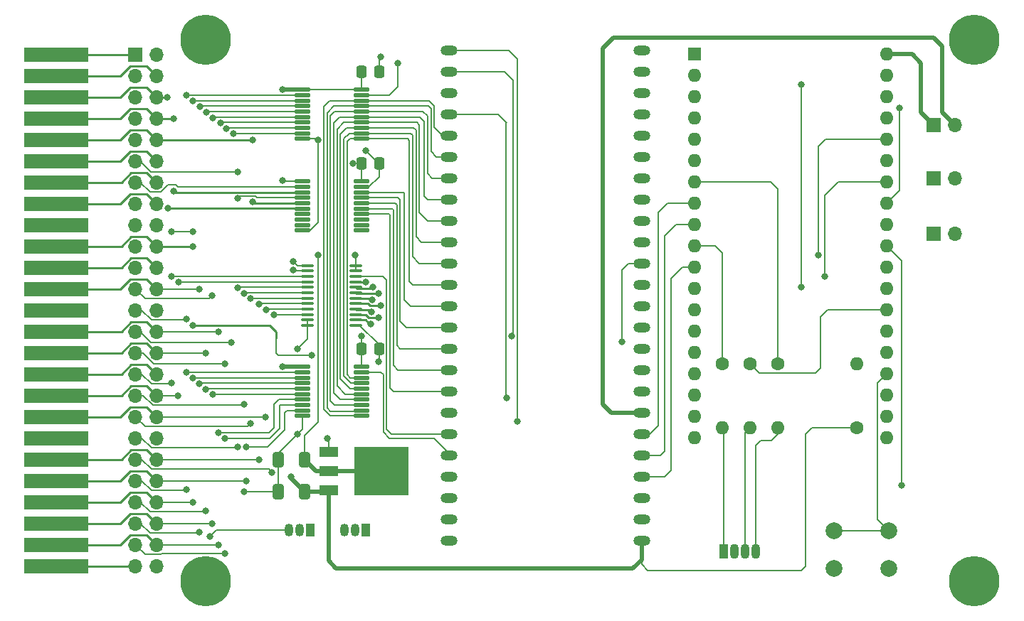
<source format=gbr>
%TF.GenerationSoftware,KiCad,Pcbnew,(6.0.5)*%
%TF.CreationDate,2022-06-04T10:33:37-07:00*%
%TF.ProjectId,TRS-IO-M1,5452532d-494f-42d4-9d31-2e6b69636164,rev?*%
%TF.SameCoordinates,Original*%
%TF.FileFunction,Copper,L1,Top*%
%TF.FilePolarity,Positive*%
%FSLAX46Y46*%
G04 Gerber Fmt 4.6, Leading zero omitted, Abs format (unit mm)*
G04 Created by KiCad (PCBNEW (6.0.5)) date 2022-06-04 10:33:37*
%MOMM*%
%LPD*%
G01*
G04 APERTURE LIST*
G04 Aperture macros list*
%AMRoundRect*
0 Rectangle with rounded corners*
0 $1 Rounding radius*
0 $2 $3 $4 $5 $6 $7 $8 $9 X,Y pos of 4 corners*
0 Add a 4 corners polygon primitive as box body*
4,1,4,$2,$3,$4,$5,$6,$7,$8,$9,$2,$3,0*
0 Add four circle primitives for the rounded corners*
1,1,$1+$1,$2,$3*
1,1,$1+$1,$4,$5*
1,1,$1+$1,$6,$7*
1,1,$1+$1,$8,$9*
0 Add four rect primitives between the rounded corners*
20,1,$1+$1,$2,$3,$4,$5,0*
20,1,$1+$1,$4,$5,$6,$7,0*
20,1,$1+$1,$6,$7,$8,$9,0*
20,1,$1+$1,$8,$9,$2,$3,0*%
G04 Aperture macros list end*
%TA.AperFunction,ComponentPad*%
%ADD10C,6.000000*%
%TD*%
%TA.AperFunction,ComponentPad*%
%ADD11C,0.800000*%
%TD*%
%TA.AperFunction,ComponentPad*%
%ADD12C,1.600000*%
%TD*%
%TA.AperFunction,ComponentPad*%
%ADD13O,1.600000X1.600000*%
%TD*%
%TA.AperFunction,SMDPad,CuDef*%
%ADD14RoundRect,0.250000X-0.337500X-0.475000X0.337500X-0.475000X0.337500X0.475000X-0.337500X0.475000X0*%
%TD*%
%TA.AperFunction,ComponentPad*%
%ADD15O,2.000000X1.200000*%
%TD*%
%TA.AperFunction,SMDPad,CuDef*%
%ADD16RoundRect,0.100000X-0.637500X-0.100000X0.637500X-0.100000X0.637500X0.100000X-0.637500X0.100000X0*%
%TD*%
%TA.AperFunction,ComponentPad*%
%ADD17R,1.050000X1.500000*%
%TD*%
%TA.AperFunction,ComponentPad*%
%ADD18O,1.050000X1.500000*%
%TD*%
%TA.AperFunction,ComponentPad*%
%ADD19R,1.700000X1.700000*%
%TD*%
%TA.AperFunction,ComponentPad*%
%ADD20O,1.700000X1.700000*%
%TD*%
%TA.AperFunction,SMDPad,CuDef*%
%ADD21R,2.200000X1.200000*%
%TD*%
%TA.AperFunction,SMDPad,CuDef*%
%ADD22R,6.400000X5.800000*%
%TD*%
%TA.AperFunction,ComponentPad*%
%ADD23R,1.600000X1.600000*%
%TD*%
%TA.AperFunction,ConnectorPad*%
%ADD24R,7.620000X1.778000*%
%TD*%
%TA.AperFunction,SMDPad,CuDef*%
%ADD25RoundRect,0.250000X0.412500X0.650000X-0.412500X0.650000X-0.412500X-0.650000X0.412500X-0.650000X0*%
%TD*%
%TA.AperFunction,SMDPad,CuDef*%
%ADD26RoundRect,0.125000X-0.825000X-0.125000X0.825000X-0.125000X0.825000X0.125000X-0.825000X0.125000X0*%
%TD*%
%TA.AperFunction,ComponentPad*%
%ADD27R,1.070000X1.800000*%
%TD*%
%TA.AperFunction,ComponentPad*%
%ADD28O,1.070000X1.800000*%
%TD*%
%TA.AperFunction,ComponentPad*%
%ADD29C,2.000000*%
%TD*%
%TA.AperFunction,ViaPad*%
%ADD30C,0.800000*%
%TD*%
%TA.AperFunction,Conductor*%
%ADD31C,0.500380*%
%TD*%
%TA.AperFunction,Conductor*%
%ADD32C,0.200000*%
%TD*%
%TA.AperFunction,Conductor*%
%ADD33C,0.250000*%
%TD*%
G04 APERTURE END LIST*
D10*
%TO.P,H1,1*%
%TO.N,N/C*%
X124714000Y-60960000D03*
D11*
X126304990Y-62550990D03*
X123123010Y-59369010D03*
X126964000Y-60960000D03*
X124714000Y-58710000D03*
X122464000Y-60960000D03*
X124714000Y-63210000D03*
X126304990Y-59369010D03*
X123123010Y-62550990D03*
%TD*%
%TO.P,H2,1*%
%TO.N,N/C*%
X217744990Y-62550990D03*
X218404000Y-60960000D03*
D10*
X216154000Y-60960000D03*
D11*
X213904000Y-60960000D03*
X214563010Y-62550990D03*
X214563010Y-59369010D03*
X217744990Y-59369010D03*
X216154000Y-63210000D03*
X216154000Y-58710000D03*
%TD*%
%TO.P,H3,1*%
%TO.N,N/C*%
X126964000Y-125476000D03*
X124714000Y-127726000D03*
X126304990Y-123885010D03*
X123123010Y-127066990D03*
D10*
X124714000Y-125476000D03*
D11*
X122464000Y-125476000D03*
X124714000Y-123226000D03*
X126304990Y-127066990D03*
X123123010Y-123885010D03*
%TD*%
%TO.P,H4,1*%
%TO.N,N/C*%
X217744990Y-123885010D03*
X213904000Y-125476000D03*
X217744990Y-127066990D03*
X216154000Y-127726000D03*
X214563010Y-123885010D03*
X218404000Y-125476000D03*
X216154000Y-123226000D03*
X214563010Y-127066990D03*
D10*
X216154000Y-125476000D03*
%TD*%
D12*
%TO.P,R1,1*%
%TO.N,LED_RED*%
X186182000Y-99568000D03*
D13*
%TO.P,R1,2*%
%TO.N,Net-(D1-Pad1)*%
X186182000Y-107188000D03*
%TD*%
D12*
%TO.P,R2,1*%
%TO.N,LED_GREEN*%
X192786000Y-99568000D03*
D13*
%TO.P,R2,2*%
%TO.N,Net-(D1-Pad4)*%
X192786000Y-107188000D03*
%TD*%
D14*
%TO.P,C2,1*%
%TO.N,+3V3*%
X143234500Y-75692000D03*
%TO.P,C2,2*%
%TO.N,GND*%
X145309500Y-75692000D03*
%TD*%
D15*
%TO.P,U5,1,Pad_38*%
%TO.N,CS_SD_CARD*%
X153650000Y-62230000D03*
%TO.P,U5,2,Pad_37*%
%TO.N,MOSI*%
X153650000Y-64770000D03*
%TO.P,U5,3,Pad_36*%
%TO.N,SCK*%
X153650000Y-67310000D03*
%TO.P,U5,4,Pad_39*%
%TO.N,MISO*%
X153650000Y-69850000D03*
%TO.P,U5,5,Pad_25*%
%TO.N,AA2_10*%
X153650000Y-72390000D03*
%TO.P,U5,6,Pad_26*%
%TO.N,AA6_12*%
X153650000Y-74930000D03*
%TO.P,U5,7,Pad_27*%
%TO.N,AA7_13*%
X153650000Y-77470000D03*
%TO.P,U5,8,Pad_28*%
%TO.N,AA5_15*%
X153650000Y-80010000D03*
%TO.P,U5,9,Pad_29*%
%TO.N,AA3_11*%
X153650000Y-82550000D03*
%TO.P,U5,10,Pad_30*%
%TO.N,AA4_14*%
X153650000Y-85090000D03*
%TO.P,U5,11,Pad_33*%
%TO.N,AA1_8*%
X153650000Y-87630000D03*
%TO.P,U5,12,Pad_34*%
%TO.N,AA0_9*%
X153650000Y-90170000D03*
%TO.P,U5,13,Pad_40*%
%TO.N,Z80_IOREQ_N*%
X153650000Y-92710000D03*
%TO.P,U5,14,Pad_35*%
%TO.N,Z80_MREQ_N*%
X153650000Y-95250000D03*
%TO.P,U5,15,Pad_41*%
%TO.N,Z80_WR_N*%
X153650000Y-97790000D03*
%TO.P,U5,16,Pad_42*%
%TO.N,Z80_RD_N*%
X153650000Y-100330000D03*
%TO.P,U5,17,Pad_51*%
%TO.N,Z80_M1_N*%
X153650000Y-102870000D03*
%TO.P,U5,18,Pad_53*%
%TO.N,READ_N*%
X153650000Y-105410000D03*
%TO.P,U5,19,Pad_54*%
%TO.N,DBUS_SEL_N*%
X153650000Y-107950000D03*
%TO.P,U5,20,Pad_55*%
%TO.N,A0_MUX*%
X153650000Y-110490000D03*
%TO.P,U5,21,Pad_56*%
%TO.N,INT*%
X153650000Y-113030000D03*
%TO.P,U5,22,Pad_57*%
%TO.N,WAIT*%
X153650000Y-115570000D03*
%TO.P,U5,23,Pad_68*%
%TO.N,unconnected-(U5-Pad23)*%
X153650000Y-118110000D03*
%TO.P,U5,24,Pad_69*%
%TO.N,unconnected-(U5-Pad24)*%
X153650000Y-120650000D03*
%TO.P,U5,25,3V3*%
%TO.N,+3V3*%
X176550000Y-120650000D03*
%TO.P,U5,26,GND*%
%TO.N,GND*%
X176550000Y-118110000D03*
%TO.P,U5,27,Pad_32*%
%TO.N,CS_FPGA*%
X176550000Y-115570000D03*
%TO.P,U5,28,Pad_31*%
%TO.N,ESP_S2*%
X176550000Y-113030000D03*
%TO.P,U5,29,Pad_49*%
%TO.N,ESP_S1*%
X176550000Y-110490000D03*
%TO.P,U5,30,Pad_48*%
%TO.N,ESP_S0*%
X176550000Y-107950000D03*
%TO.P,U5,31,5V*%
%TO.N,VU*%
X176550000Y-105410000D03*
%TO.P,U5,32,Pad_70*%
%TO.N,unconnected-(U5-Pad32)*%
X176550000Y-102870000D03*
%TO.P,U5,33,Pad_71*%
%TO.N,unconnected-(U5-Pad33)*%
X176550000Y-100330000D03*
%TO.P,U5,34,Pad_72*%
%TO.N,unconnected-(U5-Pad34)*%
X176550000Y-97790000D03*
%TO.P,U5,35,Pad_73*%
%TO.N,unconnected-(U5-Pad35)*%
X176550000Y-95250000D03*
%TO.P,U5,36,Pad_74*%
%TO.N,unconnected-(U5-Pad36)*%
X176550000Y-92710000D03*
%TO.P,U5,37,Pad_75*%
%TO.N,unconnected-(U5-Pad37)*%
X176550000Y-90170000D03*
%TO.P,U5,38,Pad_76*%
%TO.N,REQ*%
X176550000Y-87630000D03*
%TO.P,U5,39,Pad_77*%
%TO.N,DONE*%
X176550000Y-85090000D03*
%TO.P,U5,40,Pad_79*%
%TO.N,DD2*%
X176550000Y-82550000D03*
%TO.P,U5,41,Pad_80*%
%TO.N,DD0*%
X176550000Y-80010000D03*
%TO.P,U5,42,Pad_81*%
%TO.N,DD5*%
X176550000Y-77470000D03*
%TO.P,U5,43,Pad_82*%
%TO.N,DD3*%
X176550000Y-74930000D03*
%TO.P,U5,44,Pad_83*%
%TO.N,DD6*%
X176550000Y-72390000D03*
%TO.P,U5,45,Pad_84*%
%TO.N,DD1*%
X176550000Y-69850000D03*
%TO.P,U5,46,Pad_85*%
%TO.N,DD7*%
X176550000Y-67310000D03*
%TO.P,U5,47,Pad_86*%
%TO.N,DD4*%
X176550000Y-64770000D03*
%TO.P,U5,48,Pad_63*%
%TO.N,A1_MUX*%
X176550000Y-62230000D03*
%TD*%
D16*
%TO.P,U1,1,VCCA*%
%TO.N,+3V3*%
X136837500Y-87865000D03*
%TO.P,U1,2,DIR*%
%TO.N,READ_N*%
X136837500Y-88515000D03*
%TO.P,U1,3,A1*%
%TO.N,D4*%
X136837500Y-89165000D03*
%TO.P,U1,4,A2*%
%TO.N,D7*%
X136837500Y-89815000D03*
%TO.P,U1,5,A3*%
%TO.N,D1*%
X136837500Y-90465000D03*
%TO.P,U1,6,A4*%
%TO.N,D6*%
X136837500Y-91115000D03*
%TO.P,U1,7,A5*%
%TO.N,D3*%
X136837500Y-91765000D03*
%TO.P,U1,8,A6*%
%TO.N,D5*%
X136837500Y-92415000D03*
%TO.P,U1,9,A7*%
%TO.N,D0*%
X136837500Y-93065000D03*
%TO.P,U1,10,A8*%
%TO.N,D2*%
X136837500Y-93715000D03*
%TO.P,U1,11,GND*%
%TO.N,GND*%
X136837500Y-94365000D03*
%TO.P,U1,12,GND*%
X136837500Y-95015000D03*
%TO.P,U1,13,GND*%
X142562500Y-95015000D03*
%TO.P,U1,14,B8*%
%TO.N,DD2*%
X142562500Y-94365000D03*
%TO.P,U1,15,B7*%
%TO.N,DD0*%
X142562500Y-93715000D03*
%TO.P,U1,16,B6*%
%TO.N,DD5*%
X142562500Y-93065000D03*
%TO.P,U1,17,B5*%
%TO.N,DD3*%
X142562500Y-92415000D03*
%TO.P,U1,18,B4*%
%TO.N,DD6*%
X142562500Y-91765000D03*
%TO.P,U1,19,B3*%
%TO.N,DD1*%
X142562500Y-91115000D03*
%TO.P,U1,20,B2*%
%TO.N,DD7*%
X142562500Y-90465000D03*
%TO.P,U1,21,B1*%
%TO.N,DD4*%
X142562500Y-89815000D03*
%TO.P,U1,22,OEn*%
%TO.N,DBUS_SEL_N*%
X142562500Y-89165000D03*
%TO.P,U1,23,VCCB*%
%TO.N,+1V8*%
X142562500Y-88515000D03*
%TO.P,U1,24,VCCB*%
X142562500Y-87865000D03*
%TD*%
D14*
%TO.P,C1,1*%
%TO.N,+3V3*%
X143234500Y-64770000D03*
%TO.P,C1,2*%
%TO.N,GND*%
X145309500Y-64770000D03*
%TD*%
D17*
%TO.P,Q2,1,S*%
%TO.N,GND*%
X143764000Y-119380000D03*
D18*
%TO.P,Q2,2,G*%
%TO.N,INT*%
X142494000Y-119380000D03*
%TO.P,Q2,3,D*%
%TO.N,INT_N*%
X141224000Y-119380000D03*
%TD*%
D19*
%TO.P,J4,1,Pin_1*%
%TO.N,+5V*%
X211328000Y-71120000D03*
D20*
%TO.P,J4,2,Pin_2*%
%TO.N,VU*%
X213868000Y-71120000D03*
%TD*%
D21*
%TO.P,U8,1,GND*%
%TO.N,GND*%
X139310000Y-110115000D03*
D22*
%TO.P,U8,2,VO*%
%TO.N,+1V8*%
X145610000Y-112395000D03*
D21*
X139310000Y-112395000D03*
%TO.P,U8,3,VI*%
%TO.N,+3V3*%
X139310000Y-114675000D03*
%TD*%
D23*
%TO.P,U6,1,GPIO6*%
%TO.N,unconnected-(U6-Pad1)*%
X182880000Y-62645000D03*
D13*
%TO.P,U6,2,GPIO7*%
%TO.N,unconnected-(U6-Pad2)*%
X182880000Y-65185000D03*
%TO.P,U6,3,GPIO8*%
%TO.N,unconnected-(U6-Pad3)*%
X182880000Y-67725000D03*
%TO.P,U6,4,GPIO15*%
%TO.N,AA3_11*%
X182880000Y-70265000D03*
%TO.P,U6,5,GPIO2*%
%TO.N,unconnected-(U6-Pad5)*%
X182880000Y-72805000D03*
%TO.P,U6,6,GPIO0*%
%TO.N,unconnected-(U6-Pad6)*%
X182880000Y-75345000D03*
%TO.P,U6,7,GPIO4*%
%TO.N,LED_GREEN*%
X182880000Y-77885000D03*
%TO.P,U6,8,GPIO16*%
%TO.N,ESP_S0*%
X182880000Y-80425000D03*
%TO.P,U6,9,GPIO17*%
%TO.N,ESP_S1*%
X182880000Y-82965000D03*
%TO.P,U6,10,GPIO5*%
%TO.N,LED_RED*%
X182880000Y-85505000D03*
%TO.P,U6,11,GPIO18*%
%TO.N,ESP_S2*%
X182880000Y-88045000D03*
%TO.P,U6,12,GPIO19*%
%TO.N,EI*%
X182880000Y-90585000D03*
%TO.P,U6,13,GND*%
%TO.N,GND*%
X182880000Y-93125000D03*
%TO.P,U6,14,GPIO21*%
%TO.N,MOSI*%
X182880000Y-95665000D03*
%TO.P,U6,15,GPIO3*%
%TO.N,unconnected-(U6-Pad15)*%
X182880000Y-98205000D03*
%TO.P,U6,16,GPIO1*%
%TO.N,unconnected-(U6-Pad16)*%
X182880000Y-100745000D03*
%TO.P,U6,17,GPIO22*%
%TO.N,MISO*%
X182880000Y-103285000D03*
%TO.P,U6,18,GPIO23*%
%TO.N,CS_SD_CARD*%
X182880000Y-105825000D03*
%TO.P,U6,19,GND*%
%TO.N,GND*%
X182880000Y-108365000D03*
%TO.P,U6,20,3V3*%
%TO.N,unconnected-(U6-Pad20)*%
X205740000Y-108365000D03*
%TO.P,U6,21,RESET*%
%TO.N,unconnected-(U6-Pad21)*%
X205740000Y-105825000D03*
%TO.P,U6,22,GPIO36*%
%TO.N,unconnected-(U6-Pad22)*%
X205740000Y-103285000D03*
%TO.P,U6,23,GPIO39*%
%TO.N,BUTTON*%
X205740000Y-100745000D03*
%TO.P,U6,24,GPIO34*%
%TO.N,REQ*%
X205740000Y-98205000D03*
%TO.P,U6,25,GPIO35*%
%TO.N,unconnected-(U6-Pad25)*%
X205740000Y-95665000D03*
%TO.P,U6,26,GPIO32*%
%TO.N,LED_BLUE*%
X205740000Y-93125000D03*
%TO.P,U6,27,GPIO33*%
%TO.N,FULL_ADDR*%
X205740000Y-90585000D03*
%TO.P,U6,28,GPIO25*%
%TO.N,SCK*%
X205740000Y-88045000D03*
%TO.P,U6,29,GPIO26*%
%TO.N,CS_FPGA*%
X205740000Y-85505000D03*
%TO.P,U6,30,GPIO27*%
%TO.N,DONE*%
X205740000Y-82965000D03*
%TO.P,U6,31,GPIO14*%
%TO.N,AA2_10*%
X205740000Y-80425000D03*
%TO.P,U6,32,GPIO12*%
%TO.N,AA0_9*%
X205740000Y-77885000D03*
%TO.P,U6,33,GND*%
%TO.N,GND*%
X205740000Y-75345000D03*
%TO.P,U6,34,GPIO13*%
%TO.N,AA1_8*%
X205740000Y-72805000D03*
%TO.P,U6,35,GPIO9*%
%TO.N,unconnected-(U6-Pad35)*%
X205740000Y-70265000D03*
%TO.P,U6,36,GPIO10*%
%TO.N,unconnected-(U6-Pad36)*%
X205740000Y-67725000D03*
%TO.P,U6,37,GPIO11*%
%TO.N,unconnected-(U6-Pad37)*%
X205740000Y-65185000D03*
%TO.P,U6,38,5V*%
%TO.N,+5V*%
X205740000Y-62708500D03*
%TD*%
D12*
%TO.P,R4,1*%
%TO.N,+3V3*%
X202184000Y-107188000D03*
D13*
%TO.P,R4,2*%
%TO.N,BUTTON*%
X202184000Y-99568000D03*
%TD*%
D24*
%TO.P,J1,1,Pin_1*%
%TO.N,GND*%
X106934000Y-123698000D03*
%TO.P,J1,3,Pin_3*%
%TO.N,A7*%
X106934000Y-121158000D03*
%TO.P,J1,5,Pin_5*%
%TO.N,A5*%
X106934000Y-118618000D03*
%TO.P,J1,7,Pin_7*%
%TO.N,A1*%
X106934000Y-116078000D03*
%TO.P,J1,9,Pin_9*%
%TO.N,A2*%
X106934000Y-113538000D03*
%TO.P,J1,11,Pin_11*%
%TO.N,D5*%
X106934000Y-110998000D03*
%TO.P,J1,13,Pin_13*%
%TO.N,unconnected-(J1-Pad13)*%
X106934000Y-108458000D03*
%TO.P,J1,15,Pin_15*%
%TO.N,D0*%
X106934000Y-105918000D03*
%TO.P,J1,17,Pin_17*%
%TO.N,D7*%
X106934000Y-103378000D03*
%TO.P,J1,19,Pin_19*%
%TO.N,5V*%
X106934000Y-100838000D03*
%TO.P,J1,21,Pin_21*%
%TO.N,A15*%
X106934000Y-98298000D03*
%TO.P,J1,23,Pin_23*%
%TO.N,A14*%
X106934000Y-95758000D03*
%TO.P,J1,25,Pin_25*%
%TO.N,unconnected-(J1-Pad25)*%
X106934000Y-93218000D03*
%TO.P,J1,27,Pin_27*%
%TO.N,A13*%
X106934000Y-90678000D03*
%TO.P,J1,29,Pin_29*%
%TO.N,A12*%
X106934000Y-88138000D03*
%TO.P,J1,31,Pin_31*%
%TO.N,INT_N*%
X106934000Y-85598000D03*
%TO.P,J1,33,Pin_33*%
%TO.N,unconnected-(J1-Pad33)*%
X106934000Y-83058000D03*
%TO.P,J1,35,Pin_35*%
%TO.N,PHANTOM*%
X106934000Y-80518000D03*
%TO.P,J1,37,Pin_37*%
%TO.N,WAIT_N*%
X106934000Y-77978000D03*
%TO.P,J1,39,Pin_39*%
%TO.N,PHOLD*%
X106934000Y-75438000D03*
%TO.P,J1,41,Pin_41*%
%TO.N,RD_N*%
X106934000Y-72898000D03*
%TO.P,J1,43,Pin_43*%
%TO.N,MREQ_N*%
X106934000Y-70358000D03*
%TO.P,J1,45,Pin_45*%
%TO.N,M1_N*%
X106934000Y-67818000D03*
%TO.P,J1,47,Pin_47*%
%TO.N,RFSH*%
X106934000Y-65278000D03*
%TO.P,J1,49,Pin_49*%
%TO.N,GND*%
X106934000Y-62738000D03*
%TD*%
D19*
%TO.P,J5,1,Pin_1*%
%TO.N,FULL_ADDR*%
X211328000Y-84074000D03*
D20*
%TO.P,J5,2,Pin_2*%
%TO.N,GND*%
X213868000Y-84074000D03*
%TD*%
D14*
%TO.P,C3,1*%
%TO.N,+3V3*%
X143234500Y-97790000D03*
%TO.P,C3,2*%
%TO.N,GND*%
X145309500Y-97790000D03*
%TD*%
D19*
%TO.P,J3,1,Pin_1*%
%TO.N,EI*%
X211328000Y-77470000D03*
D20*
%TO.P,J3,2,Pin_2*%
%TO.N,GND*%
X213868000Y-77470000D03*
%TD*%
D25*
%TO.P,C4,1*%
%TO.N,+1V8*%
X136436500Y-110998000D03*
%TO.P,C4,2*%
%TO.N,GND*%
X133311500Y-110998000D03*
%TD*%
D12*
%TO.P,R3,1*%
%TO.N,LED_BLUE*%
X189484000Y-99568000D03*
D13*
%TO.P,R3,2*%
%TO.N,Net-(D1-Pad3)*%
X189484000Y-107188000D03*
%TD*%
D26*
%TO.P,U2,1,A->B*%
%TO.N,+3V3*%
X136200000Y-66925000D03*
%TO.P,U2,2,A0*%
%TO.N,A10*%
X136200000Y-67575000D03*
%TO.P,U2,3,A1*%
%TO.N,A12*%
X136200000Y-68225000D03*
%TO.P,U2,4,A2*%
%TO.N,A13*%
X136200000Y-68875000D03*
%TO.P,U2,5,A3*%
%TO.N,A15*%
X136200000Y-69525000D03*
%TO.P,U2,6,A4*%
%TO.N,A11*%
X136200000Y-70175000D03*
%TO.P,U2,7,A5*%
%TO.N,A14*%
X136200000Y-70825000D03*
%TO.P,U2,8,A6*%
%TO.N,A8*%
X136200000Y-71475000D03*
%TO.P,U2,9,A7*%
%TO.N,A9*%
X136200000Y-72125000D03*
%TO.P,U2,10,GND*%
%TO.N,GND*%
X136200000Y-72775000D03*
%TO.P,U2,11,B7*%
%TO.N,AA0_9*%
X143200000Y-72775000D03*
%TO.P,U2,12,B6*%
%TO.N,AA1_8*%
X143200000Y-72125000D03*
%TO.P,U2,13,B5*%
%TO.N,AA4_14*%
X143200000Y-71475000D03*
%TO.P,U2,14,B4*%
%TO.N,AA3_11*%
X143200000Y-70825000D03*
%TO.P,U2,15,B3*%
%TO.N,AA5_15*%
X143200000Y-70175000D03*
%TO.P,U2,16,B2*%
%TO.N,AA7_13*%
X143200000Y-69525000D03*
%TO.P,U2,17,B1*%
%TO.N,AA6_12*%
X143200000Y-68875000D03*
%TO.P,U2,18,B0*%
%TO.N,AA2_10*%
X143200000Y-68225000D03*
%TO.P,U2,19,CE*%
%TO.N,A1_MUX*%
X143200000Y-67575000D03*
%TO.P,U2,20,VCC*%
%TO.N,+3V3*%
X143200000Y-66925000D03*
%TD*%
D27*
%TO.P,D1,1,RA*%
%TO.N,Net-(D1-Pad1)*%
X186314000Y-121920000D03*
D28*
%TO.P,D1,2,K*%
%TO.N,GND*%
X187584000Y-121920000D03*
%TO.P,D1,3,BA*%
%TO.N,Net-(D1-Pad3)*%
X188854000Y-121920000D03*
%TO.P,D1,4,GA*%
%TO.N,Net-(D1-Pad4)*%
X190124000Y-121920000D03*
%TD*%
D26*
%TO.P,U3,1,A->B*%
%TO.N,+3V3*%
X136200000Y-99945000D03*
%TO.P,U3,2,A0*%
%TO.N,A0*%
X136200000Y-100595000D03*
%TO.P,U3,3,A1*%
%TO.N,A1*%
X136200000Y-101245000D03*
%TO.P,U3,4,A2*%
%TO.N,A4*%
X136200000Y-101895000D03*
%TO.P,U3,5,A3*%
%TO.N,A3*%
X136200000Y-102545000D03*
%TO.P,U3,6,A4*%
%TO.N,A5*%
X136200000Y-103195000D03*
%TO.P,U3,7,A5*%
%TO.N,A7*%
X136200000Y-103845000D03*
%TO.P,U3,8,A6*%
%TO.N,A6*%
X136200000Y-104495000D03*
%TO.P,U3,9,A7*%
%TO.N,A2*%
X136200000Y-105145000D03*
%TO.P,U3,10,GND*%
%TO.N,GND*%
X136200000Y-105795000D03*
%TO.P,U3,11,B7*%
%TO.N,AA2_10*%
X143200000Y-105795000D03*
%TO.P,U3,12,B6*%
%TO.N,AA6_12*%
X143200000Y-105145000D03*
%TO.P,U3,13,B5*%
%TO.N,AA7_13*%
X143200000Y-104495000D03*
%TO.P,U3,14,B4*%
%TO.N,AA5_15*%
X143200000Y-103845000D03*
%TO.P,U3,15,B3*%
%TO.N,AA3_11*%
X143200000Y-103195000D03*
%TO.P,U3,16,B2*%
%TO.N,AA4_14*%
X143200000Y-102545000D03*
%TO.P,U3,17,B1*%
%TO.N,AA1_8*%
X143200000Y-101895000D03*
%TO.P,U3,18,B0*%
%TO.N,AA0_9*%
X143200000Y-101245000D03*
%TO.P,U3,19,CE*%
%TO.N,A0_MUX*%
X143200000Y-100595000D03*
%TO.P,U3,20,VCC*%
%TO.N,+3V3*%
X143200000Y-99945000D03*
%TD*%
D17*
%TO.P,Q1,1,S*%
%TO.N,GND*%
X137160000Y-119380000D03*
D18*
%TO.P,Q1,2,G*%
%TO.N,WAIT*%
X135890000Y-119380000D03*
%TO.P,Q1,3,D*%
%TO.N,WAIT_N*%
X134620000Y-119380000D03*
%TD*%
D20*
%TO.P,J2,1,Pin_1*%
%TO.N,GND*%
X118867000Y-123703000D03*
%TO.P,J2,2,Pin_2*%
X116327000Y-123703000D03*
%TO.P,J2,3,Pin_3*%
%TO.N,A7*%
X118867000Y-121163000D03*
%TO.P,J2,4,Pin_4*%
%TO.N,A6*%
X116327000Y-121163000D03*
%TO.P,J2,5,Pin_5*%
%TO.N,A5*%
X118867000Y-118623000D03*
%TO.P,J2,6,Pin_6*%
%TO.N,A4*%
X116327000Y-118623000D03*
%TO.P,J2,7,Pin_7*%
%TO.N,A1*%
X118867000Y-116083000D03*
%TO.P,J2,8,Pin_8*%
%TO.N,A3*%
X116327000Y-116083000D03*
%TO.P,J2,9,Pin_9*%
%TO.N,A2*%
X118867000Y-113543000D03*
%TO.P,J2,10,Pin_10*%
%TO.N,A0*%
X116327000Y-113543000D03*
%TO.P,J2,11,Pin_11*%
%TO.N,D5*%
X118867000Y-111003000D03*
%TO.P,J2,12,Pin_12*%
%TO.N,D2*%
X116327000Y-111003000D03*
%TO.P,J2,13,Pin_13*%
%TO.N,unconnected-(J2-Pad13)*%
X118867000Y-108463000D03*
%TO.P,J2,14,Pin_14*%
%TO.N,D1*%
X116327000Y-108463000D03*
%TO.P,J2,15,Pin_15*%
%TO.N,D0*%
X118867000Y-105923000D03*
%TO.P,J2,16,Pin_16*%
%TO.N,D3*%
X116327000Y-105923000D03*
%TO.P,J2,17,Pin_17*%
%TO.N,D7*%
X118867000Y-103383000D03*
%TO.P,J2,18,Pin_18*%
%TO.N,D6*%
X116327000Y-103383000D03*
%TO.P,J2,19,Pin_19*%
%TO.N,5V*%
X118867000Y-100843000D03*
%TO.P,J2,20,Pin_20*%
%TO.N,D4*%
X116327000Y-100843000D03*
%TO.P,J2,21,Pin_21*%
%TO.N,A15*%
X118867000Y-98303000D03*
%TO.P,J2,22,Pin_22*%
%TO.N,A8*%
X116327000Y-98303000D03*
%TO.P,J2,23,Pin_23*%
%TO.N,A14*%
X118867000Y-95763000D03*
%TO.P,J2,24,Pin_24*%
%TO.N,A9*%
X116327000Y-95763000D03*
%TO.P,J2,25,Pin_25*%
%TO.N,unconnected-(J2-Pad25)*%
X118867000Y-93223000D03*
%TO.P,J2,26,Pin_26*%
%TO.N,A10*%
X116327000Y-93223000D03*
%TO.P,J2,27,Pin_27*%
%TO.N,A13*%
X118867000Y-90683000D03*
%TO.P,J2,28,Pin_28*%
%TO.N,A11*%
X116327000Y-90683000D03*
%TO.P,J2,29,Pin_29*%
%TO.N,A12*%
X118867000Y-88143000D03*
%TO.P,J2,30,Pin_30*%
%TO.N,PHI*%
X116327000Y-88143000D03*
%TO.P,J2,31,Pin_31*%
%TO.N,INT_N*%
X118867000Y-85603000D03*
%TO.P,J2,32,Pin_32*%
%TO.N,unconnected-(J2-Pad32)*%
X116327000Y-85603000D03*
%TO.P,J2,33,Pin_33*%
%TO.N,unconnected-(J2-Pad33)*%
X118867000Y-83063000D03*
%TO.P,J2,34,Pin_34*%
%TO.N,PHLDA*%
X116327000Y-83063000D03*
%TO.P,J2,35,Pin_35*%
%TO.N,PHANTOM*%
X118867000Y-80523000D03*
%TO.P,J2,36,Pin_36*%
%TO.N,HALT*%
X116327000Y-80523000D03*
%TO.P,J2,37,Pin_37*%
%TO.N,WAIT_N*%
X118867000Y-77983000D03*
%TO.P,J2,38,Pin_38*%
%TO.N,IORQ_N*%
X116327000Y-77983000D03*
%TO.P,J2,39,Pin_39*%
%TO.N,PHOLD*%
X118867000Y-75443000D03*
%TO.P,J2,40,Pin_40*%
%TO.N,WR_N*%
X116327000Y-75443000D03*
%TO.P,J2,41,Pin_41*%
%TO.N,RD_N*%
X118867000Y-72903000D03*
%TO.P,J2,42,Pin_42*%
%TO.N,CCDBS*%
X116327000Y-72903000D03*
%TO.P,J2,43,Pin_43*%
%TO.N,MREQ_N*%
X118867000Y-70363000D03*
%TO.P,J2,44,Pin_44*%
%TO.N,DODBS*%
X116327000Y-70363000D03*
%TO.P,J2,45,Pin_45*%
%TO.N,M1_N*%
X118867000Y-67823000D03*
%TO.P,J2,46,Pin_46*%
%TO.N,RESET*%
X116327000Y-67823000D03*
%TO.P,J2,47,Pin_47*%
%TO.N,RFSH*%
X118867000Y-65283000D03*
%TO.P,J2,48,Pin_48*%
%TO.N,NMI*%
X116327000Y-65283000D03*
%TO.P,J2,49,Pin_49*%
%TO.N,GND*%
X118867000Y-62743000D03*
D19*
%TO.P,J2,50,Pin_50*%
X116327000Y-62743000D03*
%TD*%
D29*
%TO.P,SW1,1,1*%
%TO.N,GND*%
X205994000Y-123952000D03*
X199494000Y-123952000D03*
%TO.P,SW1,2,2*%
%TO.N,BUTTON*%
X205994000Y-119452000D03*
X199494000Y-119452000D03*
%TD*%
D26*
%TO.P,U4,1,A->B*%
%TO.N,+3V3*%
X136200000Y-77847000D03*
%TO.P,U4,2,A0*%
%TO.N,IORQ_N*%
X136200000Y-78497000D03*
%TO.P,U4,3,A1*%
%TO.N,MREQ_N*%
X136200000Y-79147000D03*
%TO.P,U4,4,A2*%
%TO.N,WR_N*%
X136200000Y-79797000D03*
%TO.P,U4,5,A3*%
%TO.N,RD_N*%
X136200000Y-80447000D03*
%TO.P,U4,6,A4*%
%TO.N,M1_N*%
X136200000Y-81097000D03*
%TO.P,U4,7,A5*%
%TO.N,unconnected-(U4-Pad7)*%
X136200000Y-81747000D03*
%TO.P,U4,8,A6*%
%TO.N,unconnected-(U4-Pad8)*%
X136200000Y-82397000D03*
%TO.P,U4,9,A7*%
%TO.N,unconnected-(U4-Pad9)*%
X136200000Y-83047000D03*
%TO.P,U4,10,GND*%
%TO.N,GND*%
X136200000Y-83697000D03*
%TO.P,U4,11,B7*%
%TO.N,unconnected-(U4-Pad11)*%
X143200000Y-83697000D03*
%TO.P,U4,12,B6*%
%TO.N,unconnected-(U4-Pad12)*%
X143200000Y-83047000D03*
%TO.P,U4,13,B5*%
%TO.N,unconnected-(U4-Pad13)*%
X143200000Y-82397000D03*
%TO.P,U4,14,B4*%
%TO.N,Z80_M1_N*%
X143200000Y-81747000D03*
%TO.P,U4,15,B3*%
%TO.N,Z80_RD_N*%
X143200000Y-81097000D03*
%TO.P,U4,16,B2*%
%TO.N,Z80_WR_N*%
X143200000Y-80447000D03*
%TO.P,U4,17,B1*%
%TO.N,Z80_MREQ_N*%
X143200000Y-79797000D03*
%TO.P,U4,18,B0*%
%TO.N,Z80_IOREQ_N*%
X143200000Y-79147000D03*
%TO.P,U4,19,CE*%
%TO.N,GND*%
X143200000Y-78497000D03*
%TO.P,U4,20,VCC*%
%TO.N,+3V3*%
X143200000Y-77847000D03*
%TD*%
D25*
%TO.P,C5,1*%
%TO.N,+3V3*%
X136436500Y-114808000D03*
%TO.P,C5,2*%
%TO.N,GND*%
X133311500Y-114808000D03*
%TD*%
D30*
%TO.N,GND*%
X129286000Y-114808000D03*
X145542000Y-62992000D03*
X143764000Y-74168000D03*
X135636000Y-97790000D03*
X145288000Y-99314000D03*
X138029346Y-72898000D03*
X135636000Y-107950000D03*
X139192000Y-108458000D03*
%TO.N,+3V3*%
X143256000Y-96266000D03*
X133858000Y-77724000D03*
X133858000Y-66875500D03*
X135128000Y-87376000D03*
X142240000Y-75692000D03*
X133858000Y-99895500D03*
X134874000Y-113030000D03*
%TO.N,A10*%
X122428000Y-94234000D03*
X122428000Y-67564000D03*
%TO.N,A12*%
X123190000Y-68274500D03*
X120650000Y-83820000D03*
X123190000Y-83820000D03*
%TO.N,A13*%
X124024131Y-68924500D03*
X123952000Y-90678000D03*
%TO.N,A15*%
X124714000Y-98298000D03*
X124743885Y-69618012D03*
%TO.N,A11*%
X125476000Y-91440000D03*
X125513586Y-70255637D03*
%TO.N,A14*%
X126428380Y-70874500D03*
X126238000Y-95758000D03*
%TO.N,A8*%
X127000000Y-99568000D03*
X127181017Y-71532179D03*
%TO.N,WR_N*%
X128524000Y-79871500D03*
X128524000Y-76708000D03*
%TO.N,RD_N*%
X130302000Y-80297020D03*
X130302000Y-72898000D03*
%TO.N,MREQ_N*%
X120866500Y-78994000D03*
X120866500Y-70358000D03*
%TO.N,A9*%
X127762000Y-97028000D03*
X128030050Y-72174500D03*
%TO.N,D4*%
X120650000Y-101854000D03*
X120650000Y-89154000D03*
%TO.N,M1_N*%
X120215367Y-81054944D03*
X120142000Y-67818000D03*
%TO.N,D7*%
X121412000Y-103378000D03*
X121481636Y-89864500D03*
%TO.N,INT_N*%
X137329846Y-98552000D03*
X123190000Y-85598000D03*
X123190000Y-94996000D03*
%TO.N,D1*%
X128461500Y-90514500D03*
X128524000Y-109474000D03*
%TO.N,D6*%
X129286000Y-104394000D03*
X129286000Y-91186000D03*
%TO.N,A0*%
X122428000Y-114554000D03*
X122428000Y-100584000D03*
%TO.N,D3*%
X130057064Y-91821976D03*
X130048000Y-106680000D03*
%TO.N,A1*%
X123190000Y-116078000D03*
X123190000Y-101294500D03*
%TO.N,D5*%
X131064000Y-110998000D03*
X131064000Y-92464500D03*
%TO.N,D0*%
X131826000Y-105918000D03*
X131899915Y-93114500D03*
%TO.N,A4*%
X123952000Y-119634000D03*
X123952000Y-101944500D03*
%TO.N,D2*%
X132588000Y-112522000D03*
X132842000Y-93764500D03*
%TO.N,WAIT_N*%
X125222000Y-120142000D03*
%TO.N,A3*%
X124714000Y-102616000D03*
X124714000Y-117094000D03*
%TO.N,A5*%
X125545636Y-103244500D03*
X125476000Y-118618000D03*
%TO.N,A7*%
X126175500Y-107772011D03*
X126238000Y-121158000D03*
%TO.N,A6*%
X127000000Y-122174000D03*
X126972336Y-108471511D03*
%TO.N,A2*%
X129540000Y-113538000D03*
X129540000Y-109474000D03*
%TO.N,+1V8*%
X138029346Y-86614000D03*
X142494000Y-86614000D03*
%TO.N,AA0_9*%
X198374000Y-89154000D03*
%TO.N,AA1_8*%
X197612000Y-86614000D03*
%TO.N,SCK*%
X195580000Y-66294000D03*
X195580000Y-90424000D03*
%TO.N,MOSI*%
X161098500Y-96266000D03*
%TO.N,AA2_10*%
X207264000Y-69088000D03*
%TO.N,READ_N*%
X135128000Y-88392000D03*
%TO.N,MISO*%
X160528000Y-103632000D03*
%TO.N,DD3*%
X145530420Y-92672479D03*
%TO.N,DD4*%
X143772003Y-89864500D03*
%TO.N,DD5*%
X144412084Y-93397000D03*
%TO.N,DD6*%
X144526000Y-91948000D03*
%TO.N,DD7*%
X144574660Y-90460108D03*
%TO.N,DD2*%
X144354955Y-94846000D03*
%TO.N,DD0*%
X145285880Y-94121500D03*
%TO.N,DD1*%
X145272704Y-91175468D03*
%TO.N,A1_MUX*%
X147574000Y-63754000D03*
%TO.N,CS_SD_CARD*%
X161798000Y-106426000D03*
%TO.N,CS_FPGA*%
X207518000Y-114046000D03*
%TO.N,REQ*%
X174244000Y-96965500D03*
%TD*%
D31*
%TO.N,+5V*%
X209799000Y-63759000D02*
X209799000Y-69591000D01*
X209804000Y-63754000D02*
X209799000Y-63759000D01*
X209799000Y-69591000D02*
X211328000Y-71120000D01*
X208758500Y-62708500D02*
X209804000Y-63754000D01*
X205740000Y-62708500D02*
X208758500Y-62708500D01*
D32*
%TO.N,GND*%
X133311500Y-110274500D02*
X133311500Y-110998000D01*
X135636000Y-107950000D02*
X133311500Y-110274500D01*
X136837500Y-94365000D02*
X136837500Y-95015000D01*
X145309500Y-77287861D02*
X144100361Y-78497000D01*
X144100361Y-78497000D02*
X143200000Y-78497000D01*
D33*
X116322000Y-62738000D02*
X116327000Y-62743000D01*
D32*
X136200000Y-105795000D02*
X136200000Y-107386000D01*
X139310000Y-108576000D02*
X139192000Y-108458000D01*
X142994259Y-95015000D02*
X145309500Y-97330241D01*
X145309500Y-64770000D02*
X145309500Y-63224500D01*
D33*
X116322000Y-123698000D02*
X116327000Y-123703000D01*
D32*
X145309500Y-99292500D02*
X145288000Y-99314000D01*
X136200000Y-72775000D02*
X137906346Y-72775000D01*
X138029346Y-82768015D02*
X138029346Y-72898000D01*
X133311500Y-114808000D02*
X133311500Y-110998000D01*
X133311500Y-114808000D02*
X129286000Y-114808000D01*
X145309500Y-75692000D02*
X145288000Y-75692000D01*
X136837500Y-95015000D02*
X136837500Y-96588500D01*
D33*
X106934000Y-62738000D02*
X116322000Y-62738000D01*
D32*
X137100361Y-83697000D02*
X138029346Y-82768015D01*
X136200000Y-83697000D02*
X137100361Y-83697000D01*
X142562500Y-95015000D02*
X142994259Y-95015000D01*
X139310000Y-110115000D02*
X139310000Y-108576000D01*
X145309500Y-97330241D02*
X145309500Y-97790000D01*
X136837500Y-96588500D02*
X135636000Y-97790000D01*
X145309500Y-63224500D02*
X145542000Y-62992000D01*
D33*
X106934000Y-123698000D02*
X116322000Y-123698000D01*
D32*
X145309500Y-75692000D02*
X145309500Y-77287861D01*
X145288000Y-75692000D02*
X143764000Y-74168000D01*
X145309500Y-97790000D02*
X145309500Y-99292500D01*
X137906346Y-72775000D02*
X138029346Y-72898000D01*
X136200000Y-107386000D02*
X135636000Y-107950000D01*
%TO.N,+3V3*%
X143234500Y-97790000D02*
X143234500Y-99910500D01*
D31*
X140208000Y-123952000D02*
X175514000Y-123952000D01*
X136436500Y-114808000D02*
X139177000Y-114808000D01*
D32*
X143234500Y-66890500D02*
X143200000Y-66925000D01*
X136200000Y-77847000D02*
X133981000Y-77847000D01*
X143234500Y-96287500D02*
X143256000Y-96266000D01*
X143234500Y-75692000D02*
X142240000Y-75692000D01*
X196088000Y-107950000D02*
X196088000Y-123698000D01*
D31*
X139310000Y-114675000D02*
X139310000Y-123054000D01*
D32*
X135617000Y-87865000D02*
X135128000Y-87376000D01*
X136200000Y-66925000D02*
X143200000Y-66925000D01*
D31*
X133858000Y-66875500D02*
X133858210Y-66875290D01*
X139177000Y-114808000D02*
X139310000Y-114675000D01*
D32*
X143234500Y-97790000D02*
X143234500Y-96287500D01*
X143234500Y-64770000D02*
X143234500Y-66890500D01*
D31*
X139310000Y-123054000D02*
X140208000Y-123952000D01*
X133858000Y-99895500D02*
X133858210Y-99895290D01*
D32*
X133981000Y-77847000D02*
X133858000Y-77724000D01*
X136837500Y-87865000D02*
X135617000Y-87865000D01*
X177292000Y-124206000D02*
X176550000Y-123464000D01*
D31*
X134874000Y-113030000D02*
X134874000Y-113245500D01*
D32*
X196088000Y-123698000D02*
X195580000Y-124206000D01*
D31*
X176550000Y-122916000D02*
X176550000Y-122662000D01*
D32*
X202184000Y-107188000D02*
X196850000Y-107188000D01*
X176550000Y-123464000D02*
X176550000Y-122662000D01*
D31*
X133858210Y-99895290D02*
X135613052Y-99895290D01*
D32*
X143234500Y-99910500D02*
X143200000Y-99945000D01*
X196850000Y-107188000D02*
X196088000Y-107950000D01*
D31*
X175514000Y-123952000D02*
X176550000Y-122916000D01*
D32*
X143234500Y-75692000D02*
X143234500Y-77812500D01*
D31*
X134874000Y-113245500D02*
X136436500Y-114808000D01*
X133858210Y-66875290D02*
X135613052Y-66875290D01*
X176550000Y-122662000D02*
X176550000Y-120650000D01*
D32*
X195580000Y-124206000D02*
X177292000Y-124206000D01*
X143234500Y-77812500D02*
X143200000Y-77847000D01*
%TO.N,A10*%
X118248511Y-94372511D02*
X117099000Y-93223000D01*
X122439000Y-67575000D02*
X122428000Y-67564000D01*
X122289489Y-94372511D02*
X118248511Y-94372511D01*
X122428000Y-94234000D02*
X122289489Y-94372511D01*
X117099000Y-93223000D02*
X116327000Y-93223000D01*
X136200000Y-67575000D02*
X122439000Y-67575000D01*
%TO.N,A12*%
X123190000Y-83820000D02*
X120650000Y-83820000D01*
X123239500Y-68225000D02*
X123190000Y-68274500D01*
X136200000Y-68225000D02*
X123239500Y-68225000D01*
D33*
X114670990Y-88138000D02*
X115840501Y-86968489D01*
X115840501Y-86968489D02*
X117692489Y-86968489D01*
X106934000Y-88138000D02*
X114670990Y-88138000D01*
X117692489Y-86968489D02*
X118867000Y-88143000D01*
D32*
%TO.N,A13*%
X136200000Y-68875000D02*
X124073631Y-68875000D01*
D33*
X115723511Y-89508489D02*
X117692489Y-89508489D01*
X114554000Y-90678000D02*
X115723511Y-89508489D01*
D32*
X123947000Y-90683000D02*
X118867000Y-90683000D01*
D33*
X117692489Y-89508489D02*
X118867000Y-90683000D01*
X106934000Y-90678000D02*
X114554000Y-90678000D01*
D32*
X124073631Y-68875000D02*
X124024131Y-68924500D01*
X123952000Y-90678000D02*
X123947000Y-90683000D01*
%TO.N,A15*%
X124709000Y-98303000D02*
X118867000Y-98303000D01*
D33*
X117692489Y-97128489D02*
X118867000Y-98303000D01*
D32*
X124836897Y-69525000D02*
X124743885Y-69618012D01*
D33*
X115840501Y-97128489D02*
X117692489Y-97128489D01*
D32*
X124714000Y-98298000D02*
X124709000Y-98303000D01*
D33*
X106934000Y-98298000D02*
X114670990Y-98298000D01*
X114670990Y-98298000D02*
X115840501Y-97128489D01*
D32*
X136200000Y-69525000D02*
X124836897Y-69525000D01*
%TO.N,A11*%
X136200000Y-70175000D02*
X125594223Y-70175000D01*
X125594223Y-70175000D02*
X125513586Y-70255637D01*
X125476000Y-91440000D02*
X125083489Y-91832511D01*
X125083489Y-91832511D02*
X117476511Y-91832511D01*
X117476511Y-91832511D02*
X116327000Y-90683000D01*
D33*
%TO.N,A14*%
X117692489Y-94588489D02*
X118867000Y-95763000D01*
D32*
X126238000Y-95758000D02*
X126233000Y-95763000D01*
X126233000Y-95763000D02*
X118867000Y-95763000D01*
D33*
X115840501Y-94588489D02*
X117692489Y-94588489D01*
D32*
X126477880Y-70825000D02*
X126428380Y-70874500D01*
D33*
X106934000Y-95758000D02*
X114670990Y-95758000D01*
D32*
X136200000Y-70825000D02*
X126477880Y-70825000D01*
D33*
X114670990Y-95758000D02*
X115840501Y-94588489D01*
D32*
%TO.N,A8*%
X118506345Y-99568000D02*
X117241345Y-98303000D01*
X136200000Y-71475000D02*
X127238196Y-71475000D01*
X117241345Y-98303000D02*
X116327000Y-98303000D01*
X127000000Y-99568000D02*
X118506345Y-99568000D01*
X127238196Y-71475000D02*
X127181017Y-71532179D01*
D33*
%TO.N,PHANTOM*%
X106934000Y-80518000D02*
X114554000Y-80518000D01*
X115723511Y-79348489D02*
X117692489Y-79348489D01*
X114554000Y-80518000D02*
X115723511Y-79348489D01*
X117692489Y-79348489D02*
X118867000Y-80523000D01*
D32*
%TO.N,WR_N*%
X130791239Y-79797000D02*
X130591748Y-79597509D01*
X130591748Y-79597509D02*
X128797991Y-79597509D01*
X136200000Y-79797000D02*
X130791239Y-79797000D01*
X118192362Y-76708000D02*
X116927362Y-75443000D01*
X128797991Y-79597509D02*
X128524000Y-79871500D01*
X116927362Y-75443000D02*
X116327000Y-75443000D01*
X128524000Y-76708000D02*
X118192362Y-76708000D01*
D33*
%TO.N,PHOLD*%
X115723511Y-74268489D02*
X117692489Y-74268489D01*
X106934000Y-75438000D02*
X114554000Y-75438000D01*
X114554000Y-75438000D02*
X115723511Y-74268489D01*
X117692489Y-74268489D02*
X118867000Y-75443000D01*
%TO.N,RD_N*%
X130297000Y-72903000D02*
X130302000Y-72898000D01*
X106934000Y-72898000D02*
X114554000Y-72898000D01*
X115723511Y-71728489D02*
X117692489Y-71728489D01*
X117692489Y-71728489D02*
X118867000Y-72903000D01*
X114554000Y-72898000D02*
X115723511Y-71728489D01*
X130302000Y-80297020D02*
X130451980Y-80447000D01*
X118867000Y-72903000D02*
X130297000Y-72903000D01*
X130451980Y-80447000D02*
X136200000Y-80447000D01*
%TO.N,MREQ_N*%
X120866500Y-78994000D02*
X121019500Y-79147000D01*
X120861500Y-70363000D02*
X120866500Y-70358000D01*
X115723511Y-69188489D02*
X117692489Y-69188489D01*
X121019500Y-79147000D02*
X136200000Y-79147000D01*
X106934000Y-70358000D02*
X114554000Y-70358000D01*
X114554000Y-70358000D02*
X115723511Y-69188489D01*
X117692489Y-69188489D02*
X118867000Y-70363000D01*
X118867000Y-70363000D02*
X120861500Y-70363000D01*
D32*
%TO.N,A9*%
X127762000Y-97028000D02*
X118192362Y-97028000D01*
X116927362Y-95763000D02*
X116327000Y-95763000D01*
X136200000Y-72125000D02*
X128079550Y-72125000D01*
X128079550Y-72125000D02*
X128030050Y-72174500D01*
X118192362Y-97028000D02*
X116927362Y-95763000D01*
%TO.N,D4*%
X118248511Y-101992511D02*
X117099000Y-100843000D01*
X120650000Y-101854000D02*
X120511489Y-101992511D01*
X120511489Y-101992511D02*
X118248511Y-101992511D01*
X136837500Y-89165000D02*
X120661000Y-89165000D01*
X117099000Y-100843000D02*
X116327000Y-100843000D01*
X120661000Y-89165000D02*
X120650000Y-89154000D01*
D33*
%TO.N,M1_N*%
X106934000Y-67818000D02*
X114554000Y-67818000D01*
X120215367Y-81054944D02*
X120248791Y-81021520D01*
X120248791Y-81021520D02*
X136124520Y-81021520D01*
X114554000Y-67818000D02*
X115723511Y-66648489D01*
X117692489Y-66648489D02*
X118867000Y-67823000D01*
X120137000Y-67823000D02*
X120142000Y-67818000D01*
X136124520Y-81021520D02*
X136200000Y-81097000D01*
X118867000Y-67823000D02*
X120137000Y-67823000D01*
X115723511Y-66648489D02*
X117692489Y-66648489D01*
%TO.N,D7*%
X114670990Y-103378000D02*
X115840501Y-102208489D01*
D32*
X121412000Y-103378000D02*
X121407000Y-103383000D01*
X121531136Y-89815000D02*
X121481636Y-89864500D01*
D33*
X115840501Y-102208489D02*
X117692489Y-102208489D01*
X106934000Y-103378000D02*
X114670990Y-103378000D01*
X117692489Y-102208489D02*
X118867000Y-103383000D01*
D32*
X136837500Y-89815000D02*
X121531136Y-89815000D01*
X121407000Y-103383000D02*
X118867000Y-103383000D01*
%TO.N,INT_N*%
X133350000Y-98552000D02*
X133096000Y-98298000D01*
X133096000Y-98298000D02*
X133096000Y-96520000D01*
D33*
X123190000Y-94996000D02*
X132334000Y-94996000D01*
X106934000Y-85598000D02*
X114670990Y-85598000D01*
X114670990Y-85598000D02*
X115840501Y-84428489D01*
X115840501Y-84428489D02*
X117692489Y-84428489D01*
X123185000Y-85603000D02*
X123190000Y-85598000D01*
X132334000Y-94996000D02*
X133096000Y-95758000D01*
X133096000Y-95758000D02*
X133096000Y-96520000D01*
X118867000Y-85603000D02*
X123185000Y-85603000D01*
D32*
X137329846Y-98552000D02*
X133350000Y-98552000D01*
D33*
X117692489Y-84428489D02*
X118867000Y-85603000D01*
D32*
%TO.N,D1*%
X136837500Y-90465000D02*
X128511000Y-90465000D01*
X128385489Y-109612511D02*
X118248511Y-109612511D01*
X118248511Y-109612511D02*
X117099000Y-108463000D01*
X117099000Y-108463000D02*
X116327000Y-108463000D01*
X128511000Y-90465000D02*
X128461500Y-90514500D01*
X128524000Y-109474000D02*
X128385489Y-109612511D01*
D33*
%TO.N,RFSH*%
X117692489Y-64108489D02*
X118867000Y-65283000D01*
X106934000Y-65278000D02*
X114554000Y-65278000D01*
X115723511Y-64108489D02*
X117692489Y-64108489D01*
X114554000Y-65278000D02*
X115723511Y-64108489D01*
D32*
%TO.N,D6*%
X129147489Y-104532511D02*
X118390856Y-104532511D01*
X129286000Y-104394000D02*
X129147489Y-104532511D01*
X129357000Y-91115000D02*
X129286000Y-91186000D01*
X136837500Y-91115000D02*
X129357000Y-91115000D01*
X117241345Y-103383000D02*
X116327000Y-103383000D01*
X118390856Y-104532511D02*
X117241345Y-103383000D01*
%TO.N,A0*%
X117099000Y-113543000D02*
X116327000Y-113543000D01*
X136200000Y-100595000D02*
X122439000Y-100595000D01*
X122439000Y-100595000D02*
X122428000Y-100584000D01*
X122428000Y-114554000D02*
X122289489Y-114692511D01*
X118248511Y-114692511D02*
X117099000Y-113543000D01*
X122289489Y-114692511D02*
X118248511Y-114692511D01*
%TO.N,D3*%
X130048000Y-106680000D02*
X129655489Y-107072511D01*
X136837500Y-91765000D02*
X130114040Y-91765000D01*
X117476511Y-107072511D02*
X116327000Y-105923000D01*
X129655489Y-107072511D02*
X117476511Y-107072511D01*
X130114040Y-91765000D02*
X130057064Y-91821976D01*
%TO.N,A1*%
X123185000Y-116083000D02*
X118867000Y-116083000D01*
X123239500Y-101245000D02*
X123190000Y-101294500D01*
X136200000Y-101245000D02*
X123239500Y-101245000D01*
D33*
X117692489Y-114908489D02*
X118867000Y-116083000D01*
X114554000Y-116078000D02*
X115723511Y-114908489D01*
D32*
X123190000Y-116078000D02*
X123185000Y-116083000D01*
D33*
X115723511Y-114908489D02*
X117692489Y-114908489D01*
X106934000Y-116078000D02*
X114554000Y-116078000D01*
%TO.N,D5*%
X106934000Y-110998000D02*
X114670990Y-110998000D01*
X115840501Y-109828489D02*
X117692489Y-109828489D01*
X114670990Y-110998000D02*
X115840501Y-109828489D01*
D32*
X131113500Y-92415000D02*
X131064000Y-92464500D01*
X136837500Y-92415000D02*
X131113500Y-92415000D01*
D33*
X117692489Y-109828489D02*
X118867000Y-111003000D01*
D32*
X131064000Y-110998000D02*
X131059000Y-111003000D01*
X131059000Y-111003000D02*
X118867000Y-111003000D01*
%TO.N,D0*%
X136837500Y-93065000D02*
X131949415Y-93065000D01*
X131949415Y-93065000D02*
X131899915Y-93114500D01*
X131821000Y-105923000D02*
X118867000Y-105923000D01*
D33*
X115723511Y-104748489D02*
X117692489Y-104748489D01*
D32*
X131826000Y-105918000D02*
X131821000Y-105923000D01*
D33*
X114554000Y-105918000D02*
X115723511Y-104748489D01*
X106934000Y-105918000D02*
X114554000Y-105918000D01*
X117692489Y-104748489D02*
X118867000Y-105923000D01*
D32*
%TO.N,A4*%
X116927362Y-118623000D02*
X116327000Y-118623000D01*
X123952000Y-119634000D02*
X123813489Y-119772511D01*
X123813489Y-119772511D02*
X118076873Y-119772511D01*
X118076873Y-119772511D02*
X116927362Y-118623000D01*
X124001500Y-101895000D02*
X123952000Y-101944500D01*
X136200000Y-101895000D02*
X124001500Y-101895000D01*
%TO.N,D2*%
X136837500Y-93715000D02*
X132891500Y-93715000D01*
X117099000Y-111003000D02*
X116327000Y-111003000D01*
X132588000Y-112522000D02*
X132218511Y-112152511D01*
X132218511Y-112152511D02*
X118248511Y-112152511D01*
X118248511Y-112152511D02*
X117099000Y-111003000D01*
X132891500Y-93715000D02*
X132842000Y-93764500D01*
D33*
%TO.N,WAIT_N*%
X117692489Y-76808489D02*
X118867000Y-77983000D01*
D32*
X125984000Y-119380000D02*
X125222000Y-120142000D01*
X134620000Y-119380000D02*
X125984000Y-119380000D01*
D33*
X106934000Y-77978000D02*
X114670990Y-77978000D01*
X114670990Y-77978000D02*
X115840501Y-76808489D01*
X115840501Y-76808489D02*
X117692489Y-76808489D01*
D32*
%TO.N,A3*%
X124575489Y-117232511D02*
X118076873Y-117232511D01*
X124714000Y-117094000D02*
X124575489Y-117232511D01*
X136200000Y-102545000D02*
X124785000Y-102545000D01*
X118076873Y-117232511D02*
X116927362Y-116083000D01*
X124785000Y-102545000D02*
X124714000Y-102616000D01*
X116927362Y-116083000D02*
X116327000Y-116083000D01*
D33*
%TO.N,A5*%
X117692489Y-117448489D02*
X118867000Y-118623000D01*
D32*
X125471000Y-118623000D02*
X118867000Y-118623000D01*
D33*
X115723511Y-117448489D02*
X117692489Y-117448489D01*
D32*
X136200000Y-103195000D02*
X125595136Y-103195000D01*
X125595136Y-103195000D02*
X125545636Y-103244500D01*
D33*
X106934000Y-118618000D02*
X114554000Y-118618000D01*
D32*
X125476000Y-118618000D02*
X125471000Y-118623000D01*
D33*
X114554000Y-118618000D02*
X115723511Y-117448489D01*
D32*
%TO.N,A7*%
X136200000Y-103845000D02*
X133391000Y-103845000D01*
X126238000Y-121158000D02*
X126233000Y-121163000D01*
X132257989Y-107772011D02*
X126175500Y-107772011D01*
D33*
X117692489Y-119988489D02*
X118867000Y-121163000D01*
D32*
X132842000Y-107188000D02*
X132257989Y-107772011D01*
D33*
X115723511Y-119988489D02*
X117692489Y-119988489D01*
X114554000Y-121158000D02*
X115723511Y-119988489D01*
D32*
X133391000Y-103845000D02*
X132842000Y-104394000D01*
X126233000Y-121163000D02*
X118867000Y-121163000D01*
D33*
X106934000Y-121158000D02*
X114554000Y-121158000D01*
D32*
X132842000Y-104394000D02*
X132842000Y-107188000D01*
%TO.N,A6*%
X119343144Y-122312511D02*
X117476511Y-122312511D01*
X132320489Y-108471511D02*
X126972336Y-108471511D01*
X133503000Y-107289000D02*
X132320489Y-108471511D01*
X127000000Y-122174000D02*
X119481655Y-122174000D01*
X136200000Y-104495000D02*
X133503000Y-104495000D01*
X133503000Y-104495000D02*
X133503000Y-107289000D01*
X119481655Y-122174000D02*
X119343144Y-122312511D01*
X117476511Y-122312511D02*
X116327000Y-121163000D01*
D33*
%TO.N,5V*%
X115840501Y-99668489D02*
X117692489Y-99668489D01*
X117692489Y-99668489D02*
X118867000Y-100843000D01*
X106934000Y-100838000D02*
X114670990Y-100838000D01*
X114670990Y-100838000D02*
X115840501Y-99668489D01*
%TO.N,A2*%
X117692489Y-112368489D02*
X118867000Y-113543000D01*
D32*
X129540000Y-113538000D02*
X129535000Y-113543000D01*
X129535000Y-113543000D02*
X118867000Y-113543000D01*
X134112000Y-107442000D02*
X132080000Y-109474000D01*
X132080000Y-109474000D02*
X129540000Y-109474000D01*
D33*
X106934000Y-113538000D02*
X114554000Y-113538000D01*
D32*
X134112000Y-105410000D02*
X134112000Y-107442000D01*
D33*
X115723511Y-112368489D02*
X117692489Y-112368489D01*
D32*
X136200000Y-105145000D02*
X134377000Y-105145000D01*
D33*
X114554000Y-113538000D02*
X115723511Y-112368489D01*
D32*
X134377000Y-105145000D02*
X134366000Y-105156000D01*
X134366000Y-105156000D02*
X134112000Y-105410000D01*
%TO.N,+1V8*%
X136436500Y-108165500D02*
X136436500Y-110998000D01*
D31*
X137833500Y-112395000D02*
X136436500Y-110998000D01*
D32*
X138029346Y-106572654D02*
X136436500Y-108165500D01*
X138029346Y-86614000D02*
X138029346Y-106572654D01*
X142562500Y-87865000D02*
X142562500Y-86682500D01*
X142562500Y-87865000D02*
X142562500Y-88515000D01*
D31*
X139310000Y-112395000D02*
X137833500Y-112395000D01*
D32*
X142562500Y-86682500D02*
X142494000Y-86614000D01*
D31*
X145610000Y-112395000D02*
X139310000Y-112395000D01*
D32*
%TO.N,AA0_9*%
X199991000Y-77885000D02*
X205740000Y-77885000D01*
X143200000Y-72775000D02*
X148721000Y-72775000D01*
X141525480Y-100885481D02*
X141884999Y-101245000D01*
X148915440Y-72969440D02*
X148915440Y-89733440D01*
X148915440Y-89733440D02*
X149352000Y-90170000D01*
X198374000Y-89154000D02*
X198374000Y-79502000D01*
X143200000Y-72775000D02*
X141855000Y-72775000D01*
X198374000Y-79502000D02*
X199991000Y-77885000D01*
X149352000Y-90170000D02*
X153650000Y-90170000D01*
X141884999Y-101245000D02*
X143200000Y-101245000D01*
X148721000Y-72775000D02*
X148915440Y-72969440D01*
X141855000Y-72775000D02*
X141525480Y-73104520D01*
X141525480Y-73104520D02*
X141525480Y-100885481D01*
%TO.N,AA1_8*%
X149314960Y-86830960D02*
X150114000Y-87630000D01*
X149087000Y-72125000D02*
X149314960Y-72352960D01*
X143200000Y-72125000D02*
X141767320Y-72125000D01*
X197612000Y-86614000D02*
X197612000Y-73660000D01*
X150114000Y-87630000D02*
X153650000Y-87630000D01*
X197612000Y-73660000D02*
X198467000Y-72805000D01*
X143200000Y-72125000D02*
X149087000Y-72125000D01*
X149314960Y-72352960D02*
X149314960Y-86830960D01*
X141125961Y-72766359D02*
X141125961Y-101050968D01*
X141767320Y-72125000D02*
X141125961Y-72766359D01*
X141125961Y-101050968D02*
X141969993Y-101895000D01*
X198467000Y-72805000D02*
X205740000Y-72805000D01*
X141969993Y-101895000D02*
X143200000Y-101895000D01*
%TO.N,AA4_14*%
X149714480Y-71736480D02*
X149714480Y-84436480D01*
X149453000Y-71475000D02*
X149714480Y-71736480D01*
X150368000Y-85090000D02*
X153650000Y-85090000D01*
X141457319Y-71475000D02*
X140726442Y-72205877D01*
X141915001Y-102545000D02*
X143200000Y-102545000D01*
X143200000Y-71475000D02*
X149453000Y-71475000D01*
X140726442Y-72205877D02*
X140726442Y-101356441D01*
X143200000Y-71475000D02*
X141457319Y-71475000D01*
X140726442Y-101356441D02*
X141915001Y-102545000D01*
X149714480Y-84436480D02*
X150368000Y-85090000D01*
%TO.N,ESP_S0*%
X178562000Y-81534000D02*
X179671000Y-80425000D01*
X178562000Y-106934000D02*
X178562000Y-81534000D01*
X176550000Y-107950000D02*
X177546000Y-107950000D01*
X179671000Y-80425000D02*
X182880000Y-80425000D01*
X177546000Y-107950000D02*
X178562000Y-106934000D01*
%TO.N,ESP_S1*%
X178816000Y-110490000D02*
X179324000Y-109982000D01*
X180687000Y-82965000D02*
X182880000Y-82965000D01*
X179324000Y-109982000D02*
X179324000Y-84328000D01*
X176550000Y-110490000D02*
X178816000Y-110490000D01*
X179324000Y-84328000D02*
X180687000Y-82965000D01*
%TO.N,SCK*%
X195580000Y-66294000D02*
X195580000Y-90424000D01*
%TO.N,MOSI*%
X161290000Y-65786000D02*
X161290000Y-96074500D01*
X161290000Y-96074500D02*
X161098500Y-96266000D01*
X153650000Y-64770000D02*
X160274000Y-64770000D01*
X160274000Y-64770000D02*
X161290000Y-65786000D01*
%TO.N,AA3_11*%
X140326923Y-102226923D02*
X141295000Y-103195000D01*
X141295000Y-103195000D02*
X143200000Y-103195000D01*
X141147319Y-70825000D02*
X140326923Y-71645396D01*
X140326923Y-71645396D02*
X140326923Y-102226923D01*
X150114000Y-71120000D02*
X150114000Y-81534000D01*
X143200000Y-70825000D02*
X141147319Y-70825000D01*
X150114000Y-81534000D02*
X151130000Y-82550000D01*
X143200000Y-70825000D02*
X149819000Y-70825000D01*
X149819000Y-70825000D02*
X150114000Y-71120000D01*
X151130000Y-82550000D02*
X153650000Y-82550000D01*
%TO.N,AA5_15*%
X140645000Y-70175000D02*
X139927404Y-70892596D01*
X151130000Y-80010000D02*
X153650000Y-80010000D01*
X143200000Y-70175000D02*
X140645000Y-70175000D01*
X150185000Y-70175000D02*
X150693440Y-70683440D01*
X150693440Y-70683440D02*
X150693440Y-79573440D01*
X143200000Y-70175000D02*
X150185000Y-70175000D01*
X139927404Y-103097404D02*
X140675000Y-103845000D01*
X140675000Y-103845000D02*
X143200000Y-103845000D01*
X139927404Y-70892596D02*
X139927404Y-103097404D01*
X150693440Y-79573440D02*
X151130000Y-80010000D01*
%TO.N,AA7_13*%
X140055000Y-104495000D02*
X143200000Y-104495000D01*
X151638000Y-77470000D02*
X153650000Y-77470000D01*
X143200000Y-69525000D02*
X150551000Y-69525000D01*
X143200000Y-69525000D02*
X140025000Y-69525000D01*
X151092960Y-70066960D02*
X151092960Y-76924960D01*
X139527884Y-103967884D02*
X140055000Y-104495000D01*
X150551000Y-69525000D02*
X151092960Y-70066960D01*
X151092960Y-76924960D02*
X151638000Y-77470000D01*
X139527884Y-70022116D02*
X139527884Y-103967884D01*
X140025000Y-69525000D02*
X139527884Y-70022116D01*
%TO.N,AA6_12*%
X139128365Y-69716641D02*
X139128365Y-104838365D01*
X152146000Y-74930000D02*
X153650000Y-74930000D01*
X139128365Y-104838365D02*
X139535480Y-105245480D01*
X151492480Y-69196480D02*
X151492480Y-74276480D01*
X139535480Y-105245480D02*
X143510000Y-105245480D01*
X151171000Y-68875000D02*
X151492480Y-69196480D01*
X139970006Y-68875000D02*
X139128365Y-69716641D01*
X143200000Y-68875000D02*
X151171000Y-68875000D01*
X151492480Y-74276480D02*
X152146000Y-74930000D01*
X143200000Y-68875000D02*
X139970006Y-68875000D01*
%TO.N,AA2_10*%
X139519994Y-105795000D02*
X143200000Y-105795000D01*
X207264000Y-69088000D02*
X207264000Y-78901000D01*
X152908000Y-72390000D02*
X153650000Y-72390000D01*
X151283000Y-68225000D02*
X151892000Y-68834000D01*
X143200000Y-68225000D02*
X151283000Y-68225000D01*
X138728846Y-105003852D02*
X139519994Y-105795000D01*
X139420000Y-68225000D02*
X138728846Y-68916154D01*
X151892000Y-68834000D02*
X151892000Y-71374000D01*
X143200000Y-68225000D02*
X139420000Y-68225000D01*
X207264000Y-78901000D02*
X205740000Y-80425000D01*
X138728846Y-68916154D02*
X138728846Y-105003852D01*
X151892000Y-71374000D02*
X152908000Y-72390000D01*
%TO.N,READ_N*%
X136837500Y-88515000D02*
X135251000Y-88515000D01*
X135251000Y-88515000D02*
X135128000Y-88392000D01*
%TO.N,MISO*%
X160528000Y-70866000D02*
X160398989Y-70995011D01*
X160398989Y-103502989D02*
X160528000Y-103632000D01*
X153650000Y-69850000D02*
X159512000Y-69850000D01*
X160398989Y-70995011D02*
X160398989Y-103502989D01*
X159512000Y-69850000D02*
X160528000Y-70866000D01*
D33*
%TO.N,DD3*%
X145530399Y-92672500D02*
X145530420Y-92672479D01*
X144225886Y-92672500D02*
X145530399Y-92672500D01*
X143968386Y-92415000D02*
X144225886Y-92672500D01*
X142562500Y-92415000D02*
X143968386Y-92415000D01*
%TO.N,DD4*%
X143722503Y-89815000D02*
X143772003Y-89864500D01*
X142562500Y-89815000D02*
X143722503Y-89815000D01*
%TO.N,DD5*%
X142619520Y-93122020D02*
X144137104Y-93122020D01*
X144137104Y-93122020D02*
X144412084Y-93397000D01*
X142562500Y-93065000D02*
X142619520Y-93122020D01*
%TO.N,DD6*%
X142562500Y-91765000D02*
X144343000Y-91765000D01*
X144343000Y-91765000D02*
X144526000Y-91948000D01*
%TO.N,DD7*%
X142562500Y-90465000D02*
X142686511Y-90589011D01*
X142686511Y-90589011D02*
X144445757Y-90589011D01*
X144445757Y-90589011D02*
X144574660Y-90460108D01*
%TO.N,DD2*%
X142562500Y-94365000D02*
X143719752Y-94365000D01*
X143719752Y-94365000D02*
X144200752Y-94846000D01*
X144200752Y-94846000D02*
X144354955Y-94846000D01*
%TO.N,DD0*%
X144111970Y-94121500D02*
X145285880Y-94121500D01*
X143705470Y-93715000D02*
X144111970Y-94121500D01*
X142562500Y-93715000D02*
X143705470Y-93715000D01*
%TO.N,DD1*%
X145263553Y-91184619D02*
X145272704Y-91175468D01*
X142562500Y-91115000D02*
X142632119Y-91184619D01*
X142632119Y-91184619D02*
X145263553Y-91184619D01*
D32*
%TO.N,A1_MUX*%
X147320000Y-66802000D02*
X147574000Y-66548000D01*
X146547000Y-67575000D02*
X147320000Y-66802000D01*
X143200000Y-67575000D02*
X146547000Y-67575000D01*
X147574000Y-66548000D02*
X147574000Y-63754000D01*
%TO.N,A0_MUX*%
X153650000Y-110216000D02*
X153650000Y-110490000D01*
X143200000Y-100595000D02*
X145553000Y-100595000D01*
X145830400Y-100872400D02*
X145830400Y-107730400D01*
X145830400Y-107730400D02*
X146558000Y-108458000D01*
X145553000Y-100595000D02*
X145830400Y-100872400D01*
X146558000Y-108458000D02*
X151892000Y-108458000D01*
X151892000Y-108458000D02*
X153650000Y-110216000D01*
%TO.N,DBUS_SEL_N*%
X145807000Y-89165000D02*
X146229920Y-89587920D01*
X146229920Y-89587920D02*
X146229920Y-107367920D01*
X146812000Y-107950000D02*
X153650000Y-107950000D01*
X142562500Y-89165000D02*
X145807000Y-89165000D01*
X146229920Y-107367920D02*
X146812000Y-107950000D01*
%TO.N,BUTTON*%
X199494000Y-119452000D02*
X205994000Y-119452000D01*
X204640489Y-118098489D02*
X204640489Y-101844511D01*
X205994000Y-119452000D02*
X204640489Y-118098489D01*
X204640489Y-101844511D02*
X205740000Y-100745000D01*
%TO.N,LED_GREEN*%
X191931000Y-77885000D02*
X182880000Y-77885000D01*
X192786000Y-99568000D02*
X192786000Y-78740000D01*
X192786000Y-78740000D02*
X191931000Y-77885000D01*
%TO.N,LED_BLUE*%
X189484000Y-99568000D02*
X190583511Y-100667511D01*
X198721000Y-93125000D02*
X205740000Y-93125000D01*
X197274489Y-100667511D02*
X197866000Y-100076000D01*
X190583511Y-100667511D02*
X197274489Y-100667511D01*
X197866000Y-100076000D02*
X197866000Y-93980000D01*
X197866000Y-93980000D02*
X198721000Y-93125000D01*
%TO.N,LED_RED*%
X186182000Y-86360000D02*
X185327000Y-85505000D01*
X186182000Y-99568000D02*
X186182000Y-86360000D01*
X185327000Y-85505000D02*
X182880000Y-85505000D01*
%TO.N,Net-(D1-Pad4)*%
X192024000Y-108712000D02*
X192786000Y-107950000D01*
X190124000Y-109342000D02*
X190754000Y-108712000D01*
X190754000Y-108712000D02*
X192024000Y-108712000D01*
X190124000Y-121920000D02*
X190124000Y-109342000D01*
X192786000Y-107950000D02*
X192786000Y-107188000D01*
%TO.N,Net-(D1-Pad3)*%
X188854000Y-121920000D02*
X188854000Y-107818000D01*
X188854000Y-107818000D02*
X189484000Y-107188000D01*
%TO.N,Net-(D1-Pad1)*%
X186314000Y-121920000D02*
X186314000Y-107320000D01*
X186314000Y-107320000D02*
X186182000Y-107188000D01*
%TO.N,CS_SD_CARD*%
X161798000Y-63246000D02*
X161798000Y-106426000D01*
X153650000Y-62230000D02*
X160782000Y-62230000D01*
X161544000Y-62992000D02*
X161798000Y-63246000D01*
X160782000Y-62230000D02*
X161544000Y-62992000D01*
D31*
%TO.N,VU*%
X212344000Y-61722000D02*
X212339000Y-61727000D01*
X173228000Y-60706000D02*
X211328000Y-60706000D01*
X172974000Y-105410000D02*
X171958000Y-104394000D01*
X212339000Y-69591000D02*
X213868000Y-71120000D01*
X212339000Y-61727000D02*
X212339000Y-69591000D01*
X171958000Y-104394000D02*
X171958000Y-61976000D01*
X211328000Y-60706000D02*
X212344000Y-61722000D01*
X176550000Y-105410000D02*
X172974000Y-105410000D01*
X171958000Y-61976000D02*
X173228000Y-60706000D01*
D32*
%TO.N,CS_FPGA*%
X205740000Y-85505000D02*
X207518000Y-87283000D01*
X207518000Y-87283000D02*
X207518000Y-114046000D01*
%TO.N,ESP_S2*%
X176550000Y-113030000D02*
X179324000Y-113030000D01*
X180086000Y-89408000D02*
X181449000Y-88045000D01*
X181449000Y-88045000D02*
X182880000Y-88045000D01*
X179324000Y-113030000D02*
X180086000Y-112268000D01*
X180086000Y-112268000D02*
X180086000Y-89408000D01*
%TO.N,REQ*%
X174244000Y-88392000D02*
X175006000Y-87630000D01*
X174244000Y-96965500D02*
X174244000Y-88392000D01*
X175006000Y-87630000D02*
X176550000Y-87630000D01*
%TO.N,Z80_WR_N*%
X143200000Y-80447000D02*
X147249000Y-80447000D01*
X147828000Y-97790000D02*
X153650000Y-97790000D01*
X147249000Y-80447000D02*
X147428480Y-80626480D01*
X147428480Y-97390480D02*
X147828000Y-97790000D01*
X147428480Y-80626480D02*
X147428480Y-97390480D01*
%TO.N,Z80_RD_N*%
X146883000Y-81097000D02*
X147028960Y-81242960D01*
X147028960Y-99784960D02*
X147574000Y-100330000D01*
X147574000Y-100330000D02*
X153650000Y-100330000D01*
X143200000Y-81097000D02*
X146883000Y-81097000D01*
X147028960Y-81242960D02*
X147028960Y-99784960D01*
%TO.N,IORQ_N*%
X119343144Y-79132511D02*
X118076873Y-79132511D01*
X121093759Y-78232000D02*
X120243655Y-78232000D01*
X116927362Y-77983000D02*
X116327000Y-77983000D01*
X136200000Y-78497000D02*
X121358759Y-78497000D01*
X121358759Y-78497000D02*
X121093759Y-78232000D01*
X118076873Y-79132511D02*
X116927362Y-77983000D01*
X120243655Y-78232000D02*
X119343144Y-79132511D01*
%TO.N,Z80_M1_N*%
X146517000Y-81747000D02*
X146629440Y-81859440D01*
X146629440Y-102433440D02*
X147066000Y-102870000D01*
X147066000Y-102870000D02*
X153650000Y-102870000D01*
X143200000Y-81747000D02*
X146517000Y-81747000D01*
X146629440Y-81859440D02*
X146629440Y-102433440D01*
%TO.N,Z80_MREQ_N*%
X143200000Y-79797000D02*
X147533000Y-79797000D01*
X147828000Y-94488000D02*
X148590000Y-95250000D01*
X147828000Y-80010000D02*
X147828000Y-94488000D01*
X147533000Y-79797000D02*
X147574000Y-79756000D01*
X147574000Y-79756000D02*
X147828000Y-80010000D01*
X148590000Y-95250000D02*
X153650000Y-95250000D01*
%TO.N,Z80_IOREQ_N*%
X148336000Y-91948000D02*
X149098000Y-92710000D01*
X148336000Y-79248000D02*
X148336000Y-91948000D01*
X143200000Y-79147000D02*
X148235000Y-79147000D01*
X148235000Y-79147000D02*
X148336000Y-79248000D01*
X149098000Y-92710000D02*
X153650000Y-92710000D01*
%TD*%
M02*

</source>
